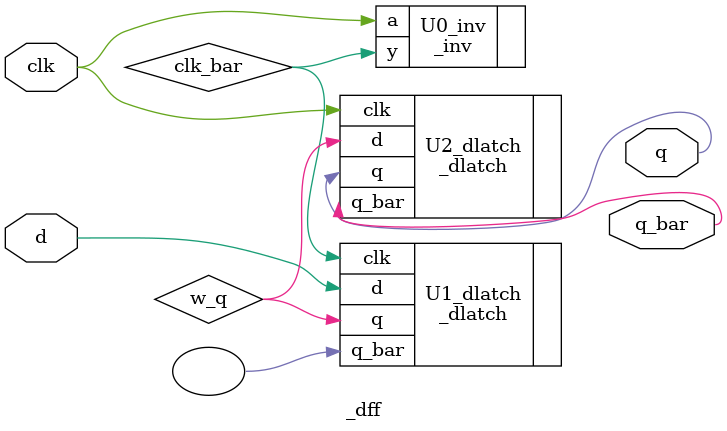
<source format=v>
module _dff(clk, d, q, q_bar);
	input clk, d;
	output q, q_bar;
	wire clk_bar, w_q;

	_inv U0_inv(.a(clk), .y(clk_bar));
	_dlatch U1_dlatch(.clk(clk_bar), .d(d), .q(w_q), .q_bar());
	_dlatch U2_dlatch(.clk(clk), .d(w_q), .q(q), .q_bar(q_bar));

endmodule

</source>
